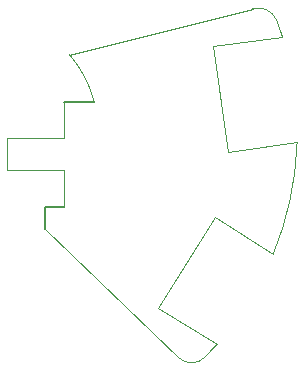
<source format=gm1>
G04 #@! TF.GenerationSoftware,KiCad,Pcbnew,(7.0.0-0)*
G04 #@! TF.CreationDate,2024-02-07T16:44:52+08:00*
G04 #@! TF.ProjectId,SWDProgrammer,53574450-726f-4677-9261-6d6d65722e6b,rev?*
G04 #@! TF.SameCoordinates,Original*
G04 #@! TF.FileFunction,Profile,NP*
%FSLAX46Y46*%
G04 Gerber Fmt 4.6, Leading zero omitted, Abs format (unit mm)*
G04 Created by KiCad (PCBNEW (7.0.0-0)) date 2024-02-07 16:44:52*
%MOMM*%
%LPD*%
G01*
G04 APERTURE LIST*
G04 #@! TA.AperFunction,Profile*
%ADD10C,0.100000*%
G04 #@! TD*
G04 #@! TA.AperFunction,Profile*
%ADD11C,0.010000*%
G04 #@! TD*
G04 #@! TA.AperFunction,Profile*
%ADD12C,0.150000*%
G04 #@! TD*
G04 APERTURE END LIST*
D10*
X149912796Y-52664420D02*
X151176938Y-61624566D01*
X145232796Y-74834851D02*
X150024750Y-67167412D01*
D11*
X135649985Y-68175008D02*
X147035997Y-79091691D01*
D10*
X157006660Y-60800197D02*
X151176938Y-61624566D01*
D11*
X132474999Y-63150008D02*
X132475000Y-60475008D01*
X137249985Y-66250008D02*
X137249984Y-63150008D01*
D10*
X156999999Y-61000000D02*
G75*
G03*
X157006660Y-60800197I-26968799J999000D01*
G01*
D11*
X155763634Y-51861510D02*
G75*
G03*
X155284265Y-50476036I-25765134J-8138990D01*
G01*
X155284243Y-50476046D02*
G75*
G03*
X153234441Y-49493757I-1589843J-687754D01*
G01*
D12*
X135649985Y-68175008D02*
X135649985Y-66250008D01*
D11*
X137249985Y-60475008D02*
X137249985Y-57425008D01*
X147036023Y-79091661D02*
G75*
G03*
X149178561Y-79031238I1039377J1161061D01*
G01*
D12*
X135649985Y-66250008D02*
X137249985Y-66250008D01*
D10*
X150024750Y-67167412D02*
X155002941Y-70239773D01*
D12*
X139849984Y-57425008D02*
X137249985Y-57425008D01*
D11*
X155763636Y-51861509D02*
X149912796Y-52664420D01*
X149178561Y-79031238D02*
G75*
G03*
X150221459Y-77919010I-19127261J18980038D01*
G01*
D10*
X155002941Y-70239773D02*
G75*
G03*
X157000000Y-61000000I-25002941J10239773D01*
G01*
D11*
X137735616Y-53380860D02*
X153234441Y-49493756D01*
D10*
X139849984Y-57425008D02*
G75*
G03*
X137735616Y-53380860I-9849984J-2574992D01*
G01*
D11*
X132475000Y-60475008D02*
X137249985Y-60475008D01*
X150221459Y-77919010D02*
X145232796Y-74834851D01*
X132474999Y-63150008D02*
X137249984Y-63150008D01*
M02*

</source>
